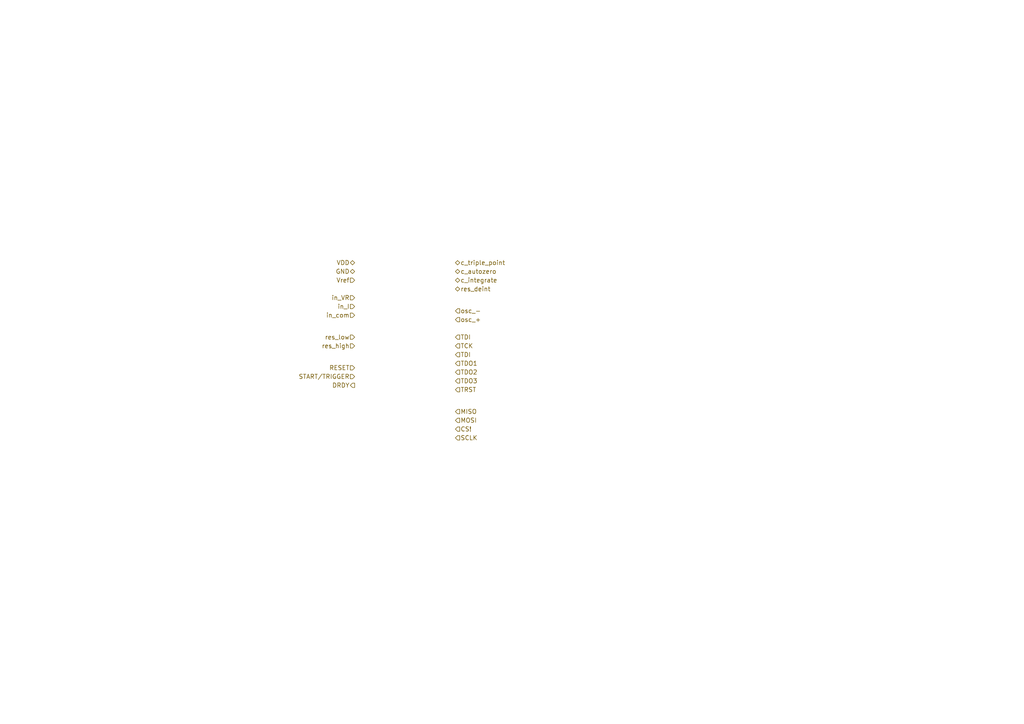
<source format=kicad_sch>
(kicad_sch
	(version 20231120)
	(generator "eeschema")
	(generator_version "8.0")
	(uuid "36e08ba9-b7be-45a0-9147-d6d0354bd3e7")
	(paper "A4")
	(lib_symbols)
	(hierarchical_label "TDO3"
		(shape input)
		(at 132.08 110.49 0)
		(fields_autoplaced yes)
		(effects
			(font
				(size 1.27 1.27)
			)
			(justify left)
		)
		(uuid "021e630d-2c0b-413e-bffb-3e549b2759a9")
	)
	(hierarchical_label "in_VR"
		(shape input)
		(at 102.87 86.36 180)
		(fields_autoplaced yes)
		(effects
			(font
				(size 1.27 1.27)
			)
			(justify right)
		)
		(uuid "02433043-e014-4dc0-b464-f9914c541b57")
	)
	(hierarchical_label "GND"
		(shape bidirectional)
		(at 102.87 78.74 180)
		(fields_autoplaced yes)
		(effects
			(font
				(size 1.27 1.27)
			)
			(justify right)
		)
		(uuid "122650cc-70ce-442b-9bcf-f7449b86478b")
	)
	(hierarchical_label "in_I"
		(shape input)
		(at 102.87 88.9 180)
		(fields_autoplaced yes)
		(effects
			(font
				(size 1.27 1.27)
			)
			(justify right)
		)
		(uuid "2b6366f2-cf40-4370-950b-ebb4e01b7b70")
	)
	(hierarchical_label "MOSI"
		(shape input)
		(at 132.08 121.92 0)
		(fields_autoplaced yes)
		(effects
			(font
				(size 1.27 1.27)
			)
			(justify left)
		)
		(uuid "30d0d807-9173-4148-9f16-80f4e943ca9f")
	)
	(hierarchical_label "MISO"
		(shape input)
		(at 132.08 119.38 0)
		(fields_autoplaced yes)
		(effects
			(font
				(size 1.27 1.27)
			)
			(justify left)
		)
		(uuid "344c8eec-c354-41e1-859b-bfbb37ef0fe6")
	)
	(hierarchical_label "RESET"
		(shape input)
		(at 102.87 106.68 180)
		(fields_autoplaced yes)
		(effects
			(font
				(size 1.27 1.27)
			)
			(justify right)
		)
		(uuid "35722750-59ad-4082-b2da-50b91a7c34b4")
	)
	(hierarchical_label "TCK"
		(shape input)
		(at 132.08 100.33 0)
		(fields_autoplaced yes)
		(effects
			(font
				(size 1.27 1.27)
			)
			(justify left)
		)
		(uuid "36c4189a-2c2a-4a2d-8309-9f445e0c2460")
	)
	(hierarchical_label "SCLK"
		(shape input)
		(at 132.08 127 0)
		(fields_autoplaced yes)
		(effects
			(font
				(size 1.27 1.27)
			)
			(justify left)
		)
		(uuid "39468a57-a0c1-480c-9cb3-d200d7a734c9")
	)
	(hierarchical_label "TDI"
		(shape input)
		(at 132.08 102.87 0)
		(fields_autoplaced yes)
		(effects
			(font
				(size 1.27 1.27)
			)
			(justify left)
		)
		(uuid "3d80c363-527e-4572-9b4d-b1969e859e1d")
	)
	(hierarchical_label "res_high"
		(shape input)
		(at 102.87 100.33 180)
		(fields_autoplaced yes)
		(effects
			(font
				(size 1.27 1.27)
			)
			(justify right)
		)
		(uuid "45aa595d-ee4b-4ba2-9888-223c22c92a6c")
	)
	(hierarchical_label "TDI"
		(shape input)
		(at 132.08 97.79 0)
		(fields_autoplaced yes)
		(effects
			(font
				(size 1.27 1.27)
			)
			(justify left)
		)
		(uuid "64e10d7e-3e4e-4f89-913f-b7dd38f07839")
	)
	(hierarchical_label "c_integrate"
		(shape bidirectional)
		(at 132.08 81.28 0)
		(fields_autoplaced yes)
		(effects
			(font
				(size 1.27 1.27)
			)
			(justify left)
		)
		(uuid "7835d285-f4b2-448e-a52f-c9d3ce07fb04")
	)
	(hierarchical_label "VDD"
		(shape bidirectional)
		(at 102.87 76.2 180)
		(fields_autoplaced yes)
		(effects
			(font
				(size 1.27 1.27)
			)
			(justify right)
		)
		(uuid "7a21e8b3-4588-4fe3-a5cd-663b942fa252")
	)
	(hierarchical_label "START{slash}TRIGGER"
		(shape input)
		(at 102.87 109.22 180)
		(fields_autoplaced yes)
		(effects
			(font
				(size 1.27 1.27)
			)
			(justify right)
		)
		(uuid "800b9ddc-91fa-4544-91f4-2f7aaf7092bd")
	)
	(hierarchical_label "TDO1"
		(shape input)
		(at 132.08 105.41 0)
		(fields_autoplaced yes)
		(effects
			(font
				(size 1.27 1.27)
			)
			(justify left)
		)
		(uuid "826c9d88-bf25-4876-963f-6ae055920311")
	)
	(hierarchical_label "res_deint"
		(shape bidirectional)
		(at 132.08 83.82 0)
		(fields_autoplaced yes)
		(effects
			(font
				(size 1.27 1.27)
			)
			(justify left)
		)
		(uuid "9544a3e8-2815-4d5e-b841-8e958e2357e7")
	)
	(hierarchical_label "in_com"
		(shape input)
		(at 102.87 91.44 180)
		(fields_autoplaced yes)
		(effects
			(font
				(size 1.27 1.27)
			)
			(justify right)
		)
		(uuid "987e9e43-a5e1-44b0-9be6-158013274237")
	)
	(hierarchical_label "DRDY"
		(shape output)
		(at 102.87 111.76 180)
		(fields_autoplaced yes)
		(effects
			(font
				(size 1.27 1.27)
			)
			(justify right)
		)
		(uuid "b369f149-099f-49c8-9b1e-61a3d6990263")
	)
	(hierarchical_label "osc_+"
		(shape input)
		(at 132.08 92.71 0)
		(fields_autoplaced yes)
		(effects
			(font
				(size 1.27 1.27)
			)
			(justify left)
		)
		(uuid "bb7c0e0c-eb0c-44a5-b1d7-a54568ec3a88")
	)
	(hierarchical_label "CS!"
		(shape input)
		(at 132.08 124.46 0)
		(fields_autoplaced yes)
		(effects
			(font
				(size 1.27 1.27)
			)
			(justify left)
		)
		(uuid "c5fecce7-66a5-413c-90a8-39b4e595d469")
	)
	(hierarchical_label "res_low"
		(shape input)
		(at 102.87 97.79 180)
		(fields_autoplaced yes)
		(effects
			(font
				(size 1.27 1.27)
			)
			(justify right)
		)
		(uuid "c6567498-b892-4875-92ff-661d948736ea")
	)
	(hierarchical_label "TDO2"
		(shape input)
		(at 132.08 107.95 0)
		(fields_autoplaced yes)
		(effects
			(font
				(size 1.27 1.27)
			)
			(justify left)
		)
		(uuid "c6aa5afe-17c8-4577-963c-d8e688c65bf8")
	)
	(hierarchical_label "Vref"
		(shape input)
		(at 102.87 81.28 180)
		(fields_autoplaced yes)
		(effects
			(font
				(size 1.27 1.27)
			)
			(justify right)
		)
		(uuid "c760519d-99a0-4173-a757-9bde46c17b9a")
	)
	(hierarchical_label "c_autozero"
		(shape bidirectional)
		(at 132.08 78.74 0)
		(fields_autoplaced yes)
		(effects
			(font
				(size 1.27 1.27)
			)
			(justify left)
		)
		(uuid "d62d54c2-ea1c-4b93-9d0a-ab700498619a")
	)
	(hierarchical_label "osc_-"
		(shape input)
		(at 132.08 90.17 0)
		(fields_autoplaced yes)
		(effects
			(font
				(size 1.27 1.27)
			)
			(justify left)
		)
		(uuid "db030e72-9e1e-4cc9-ac55-68527d2f5e19")
	)
	(hierarchical_label "c_triple_point"
		(shape bidirectional)
		(at 132.08 76.2 0)
		(fields_autoplaced yes)
		(effects
			(font
				(size 1.27 1.27)
			)
			(justify left)
		)
		(uuid "edab8ad9-b6e6-4428-a487-632e622be191")
	)
	(hierarchical_label "TRST"
		(shape input)
		(at 132.08 113.03 0)
		(fields_autoplaced yes)
		(effects
			(font
				(size 1.27 1.27)
			)
			(justify left)
		)
		(uuid "fb780650-2bd1-40fb-8ea4-8e0df730c482")
	)
)

</source>
